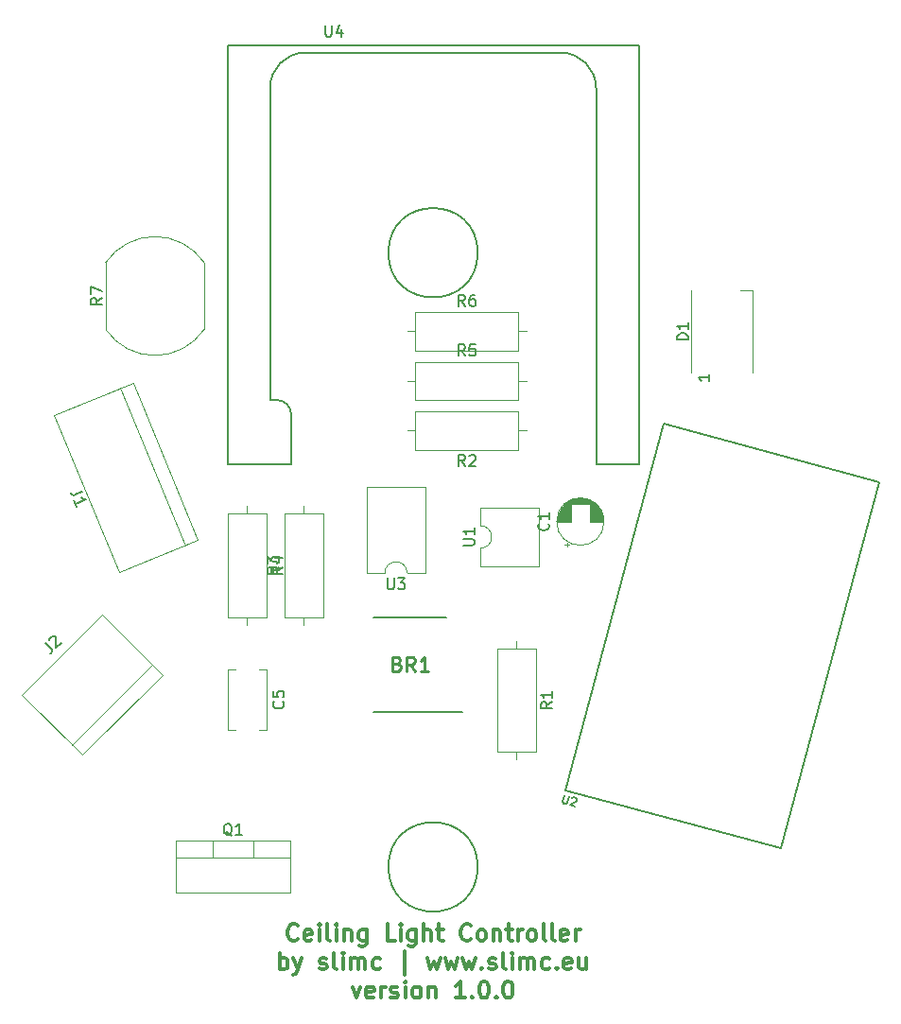
<source format=gbr>
G04 #@! TF.GenerationSoftware,KiCad,Pcbnew,5.0.0+dfsg1-2*
G04 #@! TF.CreationDate,2019-05-26T04:41:42+02:00*
G04 #@! TF.ProjectId,ceiling-light-controller,6365696C696E672D6C696768742D636F,rev?*
G04 #@! TF.SameCoordinates,Original*
G04 #@! TF.FileFunction,Legend,Top*
G04 #@! TF.FilePolarity,Positive*
%FSLAX46Y46*%
G04 Gerber Fmt 4.6, Leading zero omitted, Abs format (unit mm)*
G04 Created by KiCad (PCBNEW 5.0.0+dfsg1-2) date Sun May 26 04:41:42 2019*
%MOMM*%
%LPD*%
G01*
G04 APERTURE LIST*
%ADD10C,0.200000*%
%ADD11C,0.300000*%
%ADD12C,0.120000*%
%ADD13C,0.127000*%
%ADD14C,0.150000*%
%ADD15C,0.254000*%
G04 APERTURE END LIST*
D10*
X150825000Y-126065000D02*
G75*
G03X150825000Y-126065000I-4000000J0D01*
G01*
X150825000Y-71065000D02*
G75*
G03X150825000Y-71065000I-4000000J0D01*
G01*
D11*
X134717857Y-132550714D02*
X134646428Y-132622142D01*
X134432142Y-132693571D01*
X134289285Y-132693571D01*
X134075000Y-132622142D01*
X133932142Y-132479285D01*
X133860714Y-132336428D01*
X133789285Y-132050714D01*
X133789285Y-131836428D01*
X133860714Y-131550714D01*
X133932142Y-131407857D01*
X134075000Y-131265000D01*
X134289285Y-131193571D01*
X134432142Y-131193571D01*
X134646428Y-131265000D01*
X134717857Y-131336428D01*
X135932142Y-132622142D02*
X135789285Y-132693571D01*
X135503571Y-132693571D01*
X135360714Y-132622142D01*
X135289285Y-132479285D01*
X135289285Y-131907857D01*
X135360714Y-131765000D01*
X135503571Y-131693571D01*
X135789285Y-131693571D01*
X135932142Y-131765000D01*
X136003571Y-131907857D01*
X136003571Y-132050714D01*
X135289285Y-132193571D01*
X136646428Y-132693571D02*
X136646428Y-131693571D01*
X136646428Y-131193571D02*
X136575000Y-131265000D01*
X136646428Y-131336428D01*
X136717857Y-131265000D01*
X136646428Y-131193571D01*
X136646428Y-131336428D01*
X137575000Y-132693571D02*
X137432142Y-132622142D01*
X137360714Y-132479285D01*
X137360714Y-131193571D01*
X138146428Y-132693571D02*
X138146428Y-131693571D01*
X138146428Y-131193571D02*
X138075000Y-131265000D01*
X138146428Y-131336428D01*
X138217857Y-131265000D01*
X138146428Y-131193571D01*
X138146428Y-131336428D01*
X138860714Y-131693571D02*
X138860714Y-132693571D01*
X138860714Y-131836428D02*
X138932142Y-131765000D01*
X139075000Y-131693571D01*
X139289285Y-131693571D01*
X139432142Y-131765000D01*
X139503571Y-131907857D01*
X139503571Y-132693571D01*
X140860714Y-131693571D02*
X140860714Y-132907857D01*
X140789285Y-133050714D01*
X140717857Y-133122142D01*
X140575000Y-133193571D01*
X140360714Y-133193571D01*
X140217857Y-133122142D01*
X140860714Y-132622142D02*
X140717857Y-132693571D01*
X140432142Y-132693571D01*
X140289285Y-132622142D01*
X140217857Y-132550714D01*
X140146428Y-132407857D01*
X140146428Y-131979285D01*
X140217857Y-131836428D01*
X140289285Y-131765000D01*
X140432142Y-131693571D01*
X140717857Y-131693571D01*
X140860714Y-131765000D01*
X143432142Y-132693571D02*
X142717857Y-132693571D01*
X142717857Y-131193571D01*
X143932142Y-132693571D02*
X143932142Y-131693571D01*
X143932142Y-131193571D02*
X143860714Y-131265000D01*
X143932142Y-131336428D01*
X144003571Y-131265000D01*
X143932142Y-131193571D01*
X143932142Y-131336428D01*
X145289285Y-131693571D02*
X145289285Y-132907857D01*
X145217857Y-133050714D01*
X145146428Y-133122142D01*
X145003571Y-133193571D01*
X144789285Y-133193571D01*
X144646428Y-133122142D01*
X145289285Y-132622142D02*
X145146428Y-132693571D01*
X144860714Y-132693571D01*
X144717857Y-132622142D01*
X144646428Y-132550714D01*
X144575000Y-132407857D01*
X144575000Y-131979285D01*
X144646428Y-131836428D01*
X144717857Y-131765000D01*
X144860714Y-131693571D01*
X145146428Y-131693571D01*
X145289285Y-131765000D01*
X146003571Y-132693571D02*
X146003571Y-131193571D01*
X146646428Y-132693571D02*
X146646428Y-131907857D01*
X146575000Y-131765000D01*
X146432142Y-131693571D01*
X146217857Y-131693571D01*
X146075000Y-131765000D01*
X146003571Y-131836428D01*
X147146428Y-131693571D02*
X147717857Y-131693571D01*
X147360714Y-131193571D02*
X147360714Y-132479285D01*
X147432142Y-132622142D01*
X147575000Y-132693571D01*
X147717857Y-132693571D01*
X150217857Y-132550714D02*
X150146428Y-132622142D01*
X149932142Y-132693571D01*
X149789285Y-132693571D01*
X149575000Y-132622142D01*
X149432142Y-132479285D01*
X149360714Y-132336428D01*
X149289285Y-132050714D01*
X149289285Y-131836428D01*
X149360714Y-131550714D01*
X149432142Y-131407857D01*
X149575000Y-131265000D01*
X149789285Y-131193571D01*
X149932142Y-131193571D01*
X150146428Y-131265000D01*
X150217857Y-131336428D01*
X151075000Y-132693571D02*
X150932142Y-132622142D01*
X150860714Y-132550714D01*
X150789285Y-132407857D01*
X150789285Y-131979285D01*
X150860714Y-131836428D01*
X150932142Y-131765000D01*
X151075000Y-131693571D01*
X151289285Y-131693571D01*
X151432142Y-131765000D01*
X151503571Y-131836428D01*
X151575000Y-131979285D01*
X151575000Y-132407857D01*
X151503571Y-132550714D01*
X151432142Y-132622142D01*
X151289285Y-132693571D01*
X151075000Y-132693571D01*
X152217857Y-131693571D02*
X152217857Y-132693571D01*
X152217857Y-131836428D02*
X152289285Y-131765000D01*
X152432142Y-131693571D01*
X152646428Y-131693571D01*
X152789285Y-131765000D01*
X152860714Y-131907857D01*
X152860714Y-132693571D01*
X153360714Y-131693571D02*
X153932142Y-131693571D01*
X153575000Y-131193571D02*
X153575000Y-132479285D01*
X153646428Y-132622142D01*
X153789285Y-132693571D01*
X153932142Y-132693571D01*
X154432142Y-132693571D02*
X154432142Y-131693571D01*
X154432142Y-131979285D02*
X154503571Y-131836428D01*
X154575000Y-131765000D01*
X154717857Y-131693571D01*
X154860714Y-131693571D01*
X155575000Y-132693571D02*
X155432142Y-132622142D01*
X155360714Y-132550714D01*
X155289285Y-132407857D01*
X155289285Y-131979285D01*
X155360714Y-131836428D01*
X155432142Y-131765000D01*
X155575000Y-131693571D01*
X155789285Y-131693571D01*
X155932142Y-131765000D01*
X156003571Y-131836428D01*
X156075000Y-131979285D01*
X156075000Y-132407857D01*
X156003571Y-132550714D01*
X155932142Y-132622142D01*
X155789285Y-132693571D01*
X155575000Y-132693571D01*
X156932142Y-132693571D02*
X156789285Y-132622142D01*
X156717857Y-132479285D01*
X156717857Y-131193571D01*
X157717857Y-132693571D02*
X157575000Y-132622142D01*
X157503571Y-132479285D01*
X157503571Y-131193571D01*
X158860714Y-132622142D02*
X158717857Y-132693571D01*
X158432142Y-132693571D01*
X158289285Y-132622142D01*
X158217857Y-132479285D01*
X158217857Y-131907857D01*
X158289285Y-131765000D01*
X158432142Y-131693571D01*
X158717857Y-131693571D01*
X158860714Y-131765000D01*
X158932142Y-131907857D01*
X158932142Y-132050714D01*
X158217857Y-132193571D01*
X159575000Y-132693571D02*
X159575000Y-131693571D01*
X159575000Y-131979285D02*
X159646428Y-131836428D01*
X159717857Y-131765000D01*
X159860714Y-131693571D01*
X160003571Y-131693571D01*
X133110714Y-135243571D02*
X133110714Y-133743571D01*
X133110714Y-134315000D02*
X133253571Y-134243571D01*
X133539285Y-134243571D01*
X133682142Y-134315000D01*
X133753571Y-134386428D01*
X133825000Y-134529285D01*
X133825000Y-134957857D01*
X133753571Y-135100714D01*
X133682142Y-135172142D01*
X133539285Y-135243571D01*
X133253571Y-135243571D01*
X133110714Y-135172142D01*
X134325000Y-134243571D02*
X134682142Y-135243571D01*
X135039285Y-134243571D02*
X134682142Y-135243571D01*
X134539285Y-135600714D01*
X134467857Y-135672142D01*
X134325000Y-135743571D01*
X136682142Y-135172142D02*
X136825000Y-135243571D01*
X137110714Y-135243571D01*
X137253571Y-135172142D01*
X137325000Y-135029285D01*
X137325000Y-134957857D01*
X137253571Y-134815000D01*
X137110714Y-134743571D01*
X136896428Y-134743571D01*
X136753571Y-134672142D01*
X136682142Y-134529285D01*
X136682142Y-134457857D01*
X136753571Y-134315000D01*
X136896428Y-134243571D01*
X137110714Y-134243571D01*
X137253571Y-134315000D01*
X138182142Y-135243571D02*
X138039285Y-135172142D01*
X137967857Y-135029285D01*
X137967857Y-133743571D01*
X138753571Y-135243571D02*
X138753571Y-134243571D01*
X138753571Y-133743571D02*
X138682142Y-133815000D01*
X138753571Y-133886428D01*
X138825000Y-133815000D01*
X138753571Y-133743571D01*
X138753571Y-133886428D01*
X139467857Y-135243571D02*
X139467857Y-134243571D01*
X139467857Y-134386428D02*
X139539285Y-134315000D01*
X139682142Y-134243571D01*
X139896428Y-134243571D01*
X140039285Y-134315000D01*
X140110714Y-134457857D01*
X140110714Y-135243571D01*
X140110714Y-134457857D02*
X140182142Y-134315000D01*
X140325000Y-134243571D01*
X140539285Y-134243571D01*
X140682142Y-134315000D01*
X140753571Y-134457857D01*
X140753571Y-135243571D01*
X142110714Y-135172142D02*
X141967857Y-135243571D01*
X141682142Y-135243571D01*
X141539285Y-135172142D01*
X141467857Y-135100714D01*
X141396428Y-134957857D01*
X141396428Y-134529285D01*
X141467857Y-134386428D01*
X141539285Y-134315000D01*
X141682142Y-134243571D01*
X141967857Y-134243571D01*
X142110714Y-134315000D01*
X144253571Y-135743571D02*
X144253571Y-133600714D01*
X146325000Y-134243571D02*
X146610714Y-135243571D01*
X146896428Y-134529285D01*
X147182142Y-135243571D01*
X147467857Y-134243571D01*
X147896428Y-134243571D02*
X148182142Y-135243571D01*
X148467857Y-134529285D01*
X148753571Y-135243571D01*
X149039285Y-134243571D01*
X149467857Y-134243571D02*
X149753571Y-135243571D01*
X150039285Y-134529285D01*
X150325000Y-135243571D01*
X150610714Y-134243571D01*
X151182142Y-135100714D02*
X151253571Y-135172142D01*
X151182142Y-135243571D01*
X151110714Y-135172142D01*
X151182142Y-135100714D01*
X151182142Y-135243571D01*
X151825000Y-135172142D02*
X151967857Y-135243571D01*
X152253571Y-135243571D01*
X152396428Y-135172142D01*
X152467857Y-135029285D01*
X152467857Y-134957857D01*
X152396428Y-134815000D01*
X152253571Y-134743571D01*
X152039285Y-134743571D01*
X151896428Y-134672142D01*
X151825000Y-134529285D01*
X151825000Y-134457857D01*
X151896428Y-134315000D01*
X152039285Y-134243571D01*
X152253571Y-134243571D01*
X152396428Y-134315000D01*
X153325000Y-135243571D02*
X153182142Y-135172142D01*
X153110714Y-135029285D01*
X153110714Y-133743571D01*
X153896428Y-135243571D02*
X153896428Y-134243571D01*
X153896428Y-133743571D02*
X153825000Y-133815000D01*
X153896428Y-133886428D01*
X153967857Y-133815000D01*
X153896428Y-133743571D01*
X153896428Y-133886428D01*
X154610714Y-135243571D02*
X154610714Y-134243571D01*
X154610714Y-134386428D02*
X154682142Y-134315000D01*
X154825000Y-134243571D01*
X155039285Y-134243571D01*
X155182142Y-134315000D01*
X155253571Y-134457857D01*
X155253571Y-135243571D01*
X155253571Y-134457857D02*
X155325000Y-134315000D01*
X155467857Y-134243571D01*
X155682142Y-134243571D01*
X155825000Y-134315000D01*
X155896428Y-134457857D01*
X155896428Y-135243571D01*
X157253571Y-135172142D02*
X157110714Y-135243571D01*
X156825000Y-135243571D01*
X156682142Y-135172142D01*
X156610714Y-135100714D01*
X156539285Y-134957857D01*
X156539285Y-134529285D01*
X156610714Y-134386428D01*
X156682142Y-134315000D01*
X156825000Y-134243571D01*
X157110714Y-134243571D01*
X157253571Y-134315000D01*
X157896428Y-135100714D02*
X157967857Y-135172142D01*
X157896428Y-135243571D01*
X157825000Y-135172142D01*
X157896428Y-135100714D01*
X157896428Y-135243571D01*
X159182142Y-135172142D02*
X159039285Y-135243571D01*
X158753571Y-135243571D01*
X158610714Y-135172142D01*
X158539285Y-135029285D01*
X158539285Y-134457857D01*
X158610714Y-134315000D01*
X158753571Y-134243571D01*
X159039285Y-134243571D01*
X159182142Y-134315000D01*
X159253571Y-134457857D01*
X159253571Y-134600714D01*
X158539285Y-134743571D01*
X160539285Y-134243571D02*
X160539285Y-135243571D01*
X159896428Y-134243571D02*
X159896428Y-135029285D01*
X159967857Y-135172142D01*
X160110714Y-135243571D01*
X160325000Y-135243571D01*
X160467857Y-135172142D01*
X160539285Y-135100714D01*
X139610714Y-136793571D02*
X139967857Y-137793571D01*
X140325000Y-136793571D01*
X141467857Y-137722142D02*
X141325000Y-137793571D01*
X141039285Y-137793571D01*
X140896428Y-137722142D01*
X140825000Y-137579285D01*
X140825000Y-137007857D01*
X140896428Y-136865000D01*
X141039285Y-136793571D01*
X141325000Y-136793571D01*
X141467857Y-136865000D01*
X141539285Y-137007857D01*
X141539285Y-137150714D01*
X140825000Y-137293571D01*
X142182142Y-137793571D02*
X142182142Y-136793571D01*
X142182142Y-137079285D02*
X142253571Y-136936428D01*
X142325000Y-136865000D01*
X142467857Y-136793571D01*
X142610714Y-136793571D01*
X143039285Y-137722142D02*
X143182142Y-137793571D01*
X143467857Y-137793571D01*
X143610714Y-137722142D01*
X143682142Y-137579285D01*
X143682142Y-137507857D01*
X143610714Y-137365000D01*
X143467857Y-137293571D01*
X143253571Y-137293571D01*
X143110714Y-137222142D01*
X143039285Y-137079285D01*
X143039285Y-137007857D01*
X143110714Y-136865000D01*
X143253571Y-136793571D01*
X143467857Y-136793571D01*
X143610714Y-136865000D01*
X144325000Y-137793571D02*
X144325000Y-136793571D01*
X144325000Y-136293571D02*
X144253571Y-136365000D01*
X144325000Y-136436428D01*
X144396428Y-136365000D01*
X144325000Y-136293571D01*
X144325000Y-136436428D01*
X145253571Y-137793571D02*
X145110714Y-137722142D01*
X145039285Y-137650714D01*
X144967857Y-137507857D01*
X144967857Y-137079285D01*
X145039285Y-136936428D01*
X145110714Y-136865000D01*
X145253571Y-136793571D01*
X145467857Y-136793571D01*
X145610714Y-136865000D01*
X145682142Y-136936428D01*
X145753571Y-137079285D01*
X145753571Y-137507857D01*
X145682142Y-137650714D01*
X145610714Y-137722142D01*
X145467857Y-137793571D01*
X145253571Y-137793571D01*
X146396428Y-136793571D02*
X146396428Y-137793571D01*
X146396428Y-136936428D02*
X146467857Y-136865000D01*
X146610714Y-136793571D01*
X146825000Y-136793571D01*
X146967857Y-136865000D01*
X147039285Y-137007857D01*
X147039285Y-137793571D01*
X149682142Y-137793571D02*
X148825000Y-137793571D01*
X149253571Y-137793571D02*
X149253571Y-136293571D01*
X149110714Y-136507857D01*
X148967857Y-136650714D01*
X148825000Y-136722142D01*
X150325000Y-137650714D02*
X150396428Y-137722142D01*
X150325000Y-137793571D01*
X150253571Y-137722142D01*
X150325000Y-137650714D01*
X150325000Y-137793571D01*
X151325000Y-136293571D02*
X151467857Y-136293571D01*
X151610714Y-136365000D01*
X151682142Y-136436428D01*
X151753571Y-136579285D01*
X151825000Y-136865000D01*
X151825000Y-137222142D01*
X151753571Y-137507857D01*
X151682142Y-137650714D01*
X151610714Y-137722142D01*
X151467857Y-137793571D01*
X151325000Y-137793571D01*
X151182142Y-137722142D01*
X151110714Y-137650714D01*
X151039285Y-137507857D01*
X150967857Y-137222142D01*
X150967857Y-136865000D01*
X151039285Y-136579285D01*
X151110714Y-136436428D01*
X151182142Y-136365000D01*
X151325000Y-136293571D01*
X152467857Y-137650714D02*
X152539285Y-137722142D01*
X152467857Y-137793571D01*
X152396428Y-137722142D01*
X152467857Y-137650714D01*
X152467857Y-137793571D01*
X153467857Y-136293571D02*
X153610714Y-136293571D01*
X153753571Y-136365000D01*
X153825000Y-136436428D01*
X153896428Y-136579285D01*
X153967857Y-136865000D01*
X153967857Y-137222142D01*
X153896428Y-137507857D01*
X153825000Y-137650714D01*
X153753571Y-137722142D01*
X153610714Y-137793571D01*
X153467857Y-137793571D01*
X153325000Y-137722142D01*
X153253571Y-137650714D01*
X153182142Y-137507857D01*
X153110714Y-137222142D01*
X153110714Y-136865000D01*
X153182142Y-136579285D01*
X153253571Y-136436428D01*
X153325000Y-136365000D01*
X153467857Y-136293571D01*
D12*
G04 #@! TO.C,U3*
X140860000Y-99755000D02*
X142510000Y-99755000D01*
X140860000Y-92015000D02*
X140860000Y-99755000D01*
X146160000Y-92015000D02*
X140860000Y-92015000D01*
X146160000Y-99755000D02*
X146160000Y-92015000D01*
X144510000Y-99755000D02*
X146160000Y-99755000D01*
X142510000Y-99755000D02*
G75*
G02X144510000Y-99755000I1000000J0D01*
G01*
D10*
G04 #@! TO.C,BR1*
X149485000Y-112205000D02*
X141530000Y-112205000D01*
X148030000Y-103695000D02*
X141530000Y-103695000D01*
D12*
G04 #@! TO.C,D1*
X169970000Y-81755000D02*
X169970000Y-74455000D01*
X175470000Y-81755000D02*
X175470000Y-74455000D01*
X175470000Y-74455000D02*
X174320000Y-74455000D01*
G04 #@! TO.C,R7*
X126320000Y-77940000D02*
X126320000Y-71940000D01*
X117520000Y-77940000D02*
X117520000Y-71940000D01*
X117542440Y-77972650D02*
G75*
G03X126320000Y-77940000I4377560J3032650D01*
G01*
X126297560Y-71907350D02*
G75*
G03X117520000Y-71940000I-4377560J-3032650D01*
G01*
G04 #@! TO.C,R6*
X145240000Y-76385000D02*
X145240000Y-79825000D01*
X145240000Y-79825000D02*
X154480000Y-79825000D01*
X154480000Y-79825000D02*
X154480000Y-76385000D01*
X154480000Y-76385000D02*
X145240000Y-76385000D01*
X144550000Y-78105000D02*
X145240000Y-78105000D01*
X155170000Y-78105000D02*
X154480000Y-78105000D01*
G04 #@! TO.C,Q1*
X123785000Y-123730000D02*
X134025000Y-123730000D01*
X123785000Y-128371000D02*
X134025000Y-128371000D01*
X123785000Y-123730000D02*
X123785000Y-128371000D01*
X134025000Y-123730000D02*
X134025000Y-128371000D01*
X123785000Y-125240000D02*
X134025000Y-125240000D01*
X127055000Y-123730000D02*
X127055000Y-125240000D01*
X130756000Y-123730000D02*
X130756000Y-125240000D01*
G04 #@! TO.C,C1*
X162140000Y-95135000D02*
G75*
G03X162140000Y-95135000I-2120000J0D01*
G01*
X160860000Y-95135000D02*
X162100000Y-95135000D01*
X157940000Y-95135000D02*
X159180000Y-95135000D01*
X160860000Y-95095000D02*
X162100000Y-95095000D01*
X157940000Y-95095000D02*
X159180000Y-95095000D01*
X160860000Y-95055000D02*
X162099000Y-95055000D01*
X157941000Y-95055000D02*
X159180000Y-95055000D01*
X157943000Y-95015000D02*
X159180000Y-95015000D01*
X160860000Y-95015000D02*
X162097000Y-95015000D01*
X157946000Y-94975000D02*
X159180000Y-94975000D01*
X160860000Y-94975000D02*
X162094000Y-94975000D01*
X157949000Y-94935000D02*
X159180000Y-94935000D01*
X160860000Y-94935000D02*
X162091000Y-94935000D01*
X157953000Y-94895000D02*
X159180000Y-94895000D01*
X160860000Y-94895000D02*
X162087000Y-94895000D01*
X157958000Y-94855000D02*
X159180000Y-94855000D01*
X160860000Y-94855000D02*
X162082000Y-94855000D01*
X157964000Y-94815000D02*
X159180000Y-94815000D01*
X160860000Y-94815000D02*
X162076000Y-94815000D01*
X157970000Y-94775000D02*
X159180000Y-94775000D01*
X160860000Y-94775000D02*
X162070000Y-94775000D01*
X157978000Y-94735000D02*
X159180000Y-94735000D01*
X160860000Y-94735000D02*
X162062000Y-94735000D01*
X157986000Y-94695000D02*
X159180000Y-94695000D01*
X160860000Y-94695000D02*
X162054000Y-94695000D01*
X157995000Y-94655000D02*
X159180000Y-94655000D01*
X160860000Y-94655000D02*
X162045000Y-94655000D01*
X158004000Y-94615000D02*
X159180000Y-94615000D01*
X160860000Y-94615000D02*
X162036000Y-94615000D01*
X158015000Y-94575000D02*
X159180000Y-94575000D01*
X160860000Y-94575000D02*
X162025000Y-94575000D01*
X158026000Y-94535000D02*
X159180000Y-94535000D01*
X160860000Y-94535000D02*
X162014000Y-94535000D01*
X158038000Y-94495000D02*
X159180000Y-94495000D01*
X160860000Y-94495000D02*
X162002000Y-94495000D01*
X158052000Y-94455000D02*
X159180000Y-94455000D01*
X160860000Y-94455000D02*
X161988000Y-94455000D01*
X158066000Y-94414000D02*
X159180000Y-94414000D01*
X160860000Y-94414000D02*
X161974000Y-94414000D01*
X158080000Y-94374000D02*
X159180000Y-94374000D01*
X160860000Y-94374000D02*
X161960000Y-94374000D01*
X158096000Y-94334000D02*
X159180000Y-94334000D01*
X160860000Y-94334000D02*
X161944000Y-94334000D01*
X158113000Y-94294000D02*
X159180000Y-94294000D01*
X160860000Y-94294000D02*
X161927000Y-94294000D01*
X158131000Y-94254000D02*
X159180000Y-94254000D01*
X160860000Y-94254000D02*
X161909000Y-94254000D01*
X158150000Y-94214000D02*
X159180000Y-94214000D01*
X160860000Y-94214000D02*
X161890000Y-94214000D01*
X158169000Y-94174000D02*
X159180000Y-94174000D01*
X160860000Y-94174000D02*
X161871000Y-94174000D01*
X158190000Y-94134000D02*
X159180000Y-94134000D01*
X160860000Y-94134000D02*
X161850000Y-94134000D01*
X158212000Y-94094000D02*
X159180000Y-94094000D01*
X160860000Y-94094000D02*
X161828000Y-94094000D01*
X158235000Y-94054000D02*
X159180000Y-94054000D01*
X160860000Y-94054000D02*
X161805000Y-94054000D01*
X158260000Y-94014000D02*
X159180000Y-94014000D01*
X160860000Y-94014000D02*
X161780000Y-94014000D01*
X158285000Y-93974000D02*
X159180000Y-93974000D01*
X160860000Y-93974000D02*
X161755000Y-93974000D01*
X158312000Y-93934000D02*
X159180000Y-93934000D01*
X160860000Y-93934000D02*
X161728000Y-93934000D01*
X158340000Y-93894000D02*
X159180000Y-93894000D01*
X160860000Y-93894000D02*
X161700000Y-93894000D01*
X158370000Y-93854000D02*
X159180000Y-93854000D01*
X160860000Y-93854000D02*
X161670000Y-93854000D01*
X158401000Y-93814000D02*
X159180000Y-93814000D01*
X160860000Y-93814000D02*
X161639000Y-93814000D01*
X158433000Y-93774000D02*
X159180000Y-93774000D01*
X160860000Y-93774000D02*
X161607000Y-93774000D01*
X158468000Y-93734000D02*
X159180000Y-93734000D01*
X160860000Y-93734000D02*
X161572000Y-93734000D01*
X158504000Y-93694000D02*
X159180000Y-93694000D01*
X160860000Y-93694000D02*
X161536000Y-93694000D01*
X158542000Y-93654000D02*
X159180000Y-93654000D01*
X160860000Y-93654000D02*
X161498000Y-93654000D01*
X158582000Y-93614000D02*
X159180000Y-93614000D01*
X160860000Y-93614000D02*
X161458000Y-93614000D01*
X158624000Y-93574000D02*
X159180000Y-93574000D01*
X160860000Y-93574000D02*
X161416000Y-93574000D01*
X158669000Y-93534000D02*
X161371000Y-93534000D01*
X158716000Y-93494000D02*
X161324000Y-93494000D01*
X158766000Y-93454000D02*
X161274000Y-93454000D01*
X158820000Y-93414000D02*
X161220000Y-93414000D01*
X158878000Y-93374000D02*
X161162000Y-93374000D01*
X158940000Y-93334000D02*
X161100000Y-93334000D01*
X159007000Y-93294000D02*
X161033000Y-93294000D01*
X159080000Y-93254000D02*
X160960000Y-93254000D01*
X159161000Y-93214000D02*
X160879000Y-93214000D01*
X159252000Y-93174000D02*
X160788000Y-93174000D01*
X159356000Y-93134000D02*
X160684000Y-93134000D01*
X159483000Y-93094000D02*
X160557000Y-93094000D01*
X159650000Y-93054000D02*
X160390000Y-93054000D01*
X158825000Y-97404801D02*
X158825000Y-97004801D01*
X158625000Y-97204801D02*
X159025000Y-97204801D01*
G04 #@! TO.C,C5*
X131896000Y-108415000D02*
X131896000Y-113755000D01*
X128454000Y-108415000D02*
X128454000Y-113755000D01*
X131896000Y-108415000D02*
X131230000Y-108415000D01*
X129120000Y-108415000D02*
X128454000Y-108415000D01*
X131896000Y-113755000D02*
X131230000Y-113755000D01*
X129120000Y-113755000D02*
X128454000Y-113755000D01*
G04 #@! TO.C,R1*
X156025000Y-106505000D02*
X152585000Y-106505000D01*
X152585000Y-106505000D02*
X152585000Y-115745000D01*
X152585000Y-115745000D02*
X156025000Y-115745000D01*
X156025000Y-115745000D02*
X156025000Y-106505000D01*
X154305000Y-105815000D02*
X154305000Y-106505000D01*
X154305000Y-116435000D02*
X154305000Y-115745000D01*
G04 #@! TO.C,R5*
X145240000Y-80830000D02*
X145240000Y-84270000D01*
X145240000Y-84270000D02*
X154480000Y-84270000D01*
X154480000Y-84270000D02*
X154480000Y-80830000D01*
X154480000Y-80830000D02*
X145240000Y-80830000D01*
X144550000Y-82550000D02*
X145240000Y-82550000D01*
X155170000Y-82550000D02*
X154480000Y-82550000D01*
G04 #@! TO.C,R4*
X130175000Y-104370000D02*
X130175000Y-103680000D01*
X130175000Y-93750000D02*
X130175000Y-94440000D01*
X131895000Y-103680000D02*
X131895000Y-94440000D01*
X128455000Y-103680000D02*
X131895000Y-103680000D01*
X128455000Y-94440000D02*
X128455000Y-103680000D01*
X131895000Y-94440000D02*
X128455000Y-94440000D01*
G04 #@! TO.C,R3*
X133535000Y-103680000D02*
X136975000Y-103680000D01*
X136975000Y-103680000D02*
X136975000Y-94440000D01*
X136975000Y-94440000D02*
X133535000Y-94440000D01*
X133535000Y-94440000D02*
X133535000Y-103680000D01*
X135255000Y-104370000D02*
X135255000Y-103680000D01*
X135255000Y-93750000D02*
X135255000Y-94440000D01*
G04 #@! TO.C,R2*
X144550000Y-86995000D02*
X145240000Y-86995000D01*
X155170000Y-86995000D02*
X154480000Y-86995000D01*
X145240000Y-88715000D02*
X154480000Y-88715000D01*
X145240000Y-85275000D02*
X145240000Y-88715000D01*
X154480000Y-85275000D02*
X145240000Y-85275000D01*
X154480000Y-88715000D02*
X154480000Y-85275000D01*
G04 #@! TO.C,J2*
X121702103Y-107950000D02*
X114517898Y-115134204D01*
X122600129Y-108848025D02*
X117211975Y-103459871D01*
X117211975Y-103459871D02*
X110027770Y-110644076D01*
X110027770Y-110644076D02*
X115415924Y-116032230D01*
X115415924Y-116032230D02*
X122600129Y-108848025D01*
G04 #@! TO.C,J1*
X125776997Y-96773630D02*
X118737035Y-99689678D01*
X119944901Y-82693706D02*
X112904939Y-85609754D01*
X124603670Y-97259638D02*
X118771574Y-83179714D01*
X118737035Y-99689678D02*
X112904939Y-85609754D01*
X125776997Y-96773630D02*
X119944901Y-82693706D01*
G04 #@! TO.C,U1*
X151070000Y-93870000D02*
X151070000Y-95520000D01*
X156270000Y-93870000D02*
X151070000Y-93870000D01*
X156270000Y-99170000D02*
X156270000Y-93870000D01*
X151070000Y-99170000D02*
X156270000Y-99170000D01*
X151070000Y-97520000D02*
X151070000Y-99170000D01*
X151070000Y-95520000D02*
G75*
G02X151070000Y-97520000I0J-1000000D01*
G01*
D13*
G04 #@! TO.C,U2*
X186779182Y-91577451D02*
X167460666Y-86401071D01*
X158660818Y-119242549D02*
X177979334Y-124418929D01*
X177979334Y-124418929D02*
X186779182Y-91577451D01*
X167460666Y-86401071D02*
X158660818Y-119242549D01*
D14*
G04 #@! TO.C,U4*
X132220000Y-82995000D02*
X132220000Y-56325000D01*
X135395000Y-53150000D02*
X158255000Y-53150000D01*
X161430000Y-56325000D02*
X161430000Y-89980000D01*
X161430000Y-89980000D02*
X165240000Y-89980000D01*
X165240000Y-89980000D02*
X165240000Y-52515000D01*
X165240000Y-52515000D02*
X128410000Y-52515000D01*
X128410000Y-52515000D02*
X128410000Y-82995000D01*
X128410000Y-82995000D02*
X128410000Y-89980000D01*
X128410000Y-89980000D02*
X134125000Y-89980000D01*
X134125000Y-89980000D02*
X134125000Y-85535000D01*
X132855000Y-84265000D02*
X132220000Y-84265000D01*
X132220000Y-84265000D02*
X132220000Y-82995000D01*
X132220000Y-82995000D02*
X132220000Y-82995000D01*
X161430000Y-56325000D02*
G75*
G03X158255000Y-53150000I-3175000J0D01*
G01*
X135395000Y-53150000D02*
G75*
G03X132220000Y-56325000I0J-3175000D01*
G01*
X134125000Y-85535000D02*
G75*
G03X132855000Y-84265000I-1270000J0D01*
G01*
G04 #@! TO.C,U3*
X142748095Y-100207380D02*
X142748095Y-101016904D01*
X142795714Y-101112142D01*
X142843333Y-101159761D01*
X142938571Y-101207380D01*
X143129047Y-101207380D01*
X143224285Y-101159761D01*
X143271904Y-101112142D01*
X143319523Y-101016904D01*
X143319523Y-100207380D01*
X143700476Y-100207380D02*
X144319523Y-100207380D01*
X143986190Y-100588333D01*
X144129047Y-100588333D01*
X144224285Y-100635952D01*
X144271904Y-100683571D01*
X144319523Y-100778809D01*
X144319523Y-101016904D01*
X144271904Y-101112142D01*
X144224285Y-101159761D01*
X144129047Y-101207380D01*
X143843333Y-101207380D01*
X143748095Y-101159761D01*
X143700476Y-101112142D01*
G04 #@! TO.C,BR1*
D15*
X143630952Y-107859285D02*
X143812380Y-107919761D01*
X143872857Y-107980238D01*
X143933333Y-108101190D01*
X143933333Y-108282619D01*
X143872857Y-108403571D01*
X143812380Y-108464047D01*
X143691428Y-108524523D01*
X143207619Y-108524523D01*
X143207619Y-107254523D01*
X143630952Y-107254523D01*
X143751904Y-107315000D01*
X143812380Y-107375476D01*
X143872857Y-107496428D01*
X143872857Y-107617380D01*
X143812380Y-107738333D01*
X143751904Y-107798809D01*
X143630952Y-107859285D01*
X143207619Y-107859285D01*
X145203333Y-108524523D02*
X144780000Y-107919761D01*
X144477619Y-108524523D02*
X144477619Y-107254523D01*
X144961428Y-107254523D01*
X145082380Y-107315000D01*
X145142857Y-107375476D01*
X145203333Y-107496428D01*
X145203333Y-107677857D01*
X145142857Y-107798809D01*
X145082380Y-107859285D01*
X144961428Y-107919761D01*
X144477619Y-107919761D01*
X146412857Y-108524523D02*
X145687142Y-108524523D01*
X146050000Y-108524523D02*
X146050000Y-107254523D01*
X145929047Y-107435952D01*
X145808095Y-107556904D01*
X145687142Y-107617380D01*
G04 #@! TO.C,D1*
D14*
X169672380Y-78843095D02*
X168672380Y-78843095D01*
X168672380Y-78605000D01*
X168720000Y-78462142D01*
X168815238Y-78366904D01*
X168910476Y-78319285D01*
X169100952Y-78271666D01*
X169243809Y-78271666D01*
X169434285Y-78319285D01*
X169529523Y-78366904D01*
X169624761Y-78462142D01*
X169672380Y-78605000D01*
X169672380Y-78843095D01*
X169672380Y-77319285D02*
X169672380Y-77890714D01*
X169672380Y-77605000D02*
X168672380Y-77605000D01*
X168815238Y-77700238D01*
X168910476Y-77795476D01*
X168958095Y-77890714D01*
X171572380Y-81969285D02*
X171572380Y-82540714D01*
X171572380Y-82255000D02*
X170572380Y-82255000D01*
X170715238Y-82350238D01*
X170810476Y-82445476D01*
X170858095Y-82540714D01*
G04 #@! TO.C,R7*
X117172380Y-75106666D02*
X116696190Y-75440000D01*
X117172380Y-75678095D02*
X116172380Y-75678095D01*
X116172380Y-75297142D01*
X116220000Y-75201904D01*
X116267619Y-75154285D01*
X116362857Y-75106666D01*
X116505714Y-75106666D01*
X116600952Y-75154285D01*
X116648571Y-75201904D01*
X116696190Y-75297142D01*
X116696190Y-75678095D01*
X116172380Y-74773333D02*
X116172380Y-74106666D01*
X117172380Y-74535238D01*
G04 #@! TO.C,R6*
X149693333Y-75837380D02*
X149360000Y-75361190D01*
X149121904Y-75837380D02*
X149121904Y-74837380D01*
X149502857Y-74837380D01*
X149598095Y-74885000D01*
X149645714Y-74932619D01*
X149693333Y-75027857D01*
X149693333Y-75170714D01*
X149645714Y-75265952D01*
X149598095Y-75313571D01*
X149502857Y-75361190D01*
X149121904Y-75361190D01*
X150550476Y-74837380D02*
X150360000Y-74837380D01*
X150264761Y-74885000D01*
X150217142Y-74932619D01*
X150121904Y-75075476D01*
X150074285Y-75265952D01*
X150074285Y-75646904D01*
X150121904Y-75742142D01*
X150169523Y-75789761D01*
X150264761Y-75837380D01*
X150455238Y-75837380D01*
X150550476Y-75789761D01*
X150598095Y-75742142D01*
X150645714Y-75646904D01*
X150645714Y-75408809D01*
X150598095Y-75313571D01*
X150550476Y-75265952D01*
X150455238Y-75218333D01*
X150264761Y-75218333D01*
X150169523Y-75265952D01*
X150121904Y-75313571D01*
X150074285Y-75408809D01*
G04 #@! TO.C,Q1*
X128809761Y-123277619D02*
X128714523Y-123230000D01*
X128619285Y-123134761D01*
X128476428Y-122991904D01*
X128381190Y-122944285D01*
X128285952Y-122944285D01*
X128333571Y-123182380D02*
X128238333Y-123134761D01*
X128143095Y-123039523D01*
X128095476Y-122849047D01*
X128095476Y-122515714D01*
X128143095Y-122325238D01*
X128238333Y-122230000D01*
X128333571Y-122182380D01*
X128524047Y-122182380D01*
X128619285Y-122230000D01*
X128714523Y-122325238D01*
X128762142Y-122515714D01*
X128762142Y-122849047D01*
X128714523Y-123039523D01*
X128619285Y-123134761D01*
X128524047Y-123182380D01*
X128333571Y-123182380D01*
X129714523Y-123182380D02*
X129143095Y-123182380D01*
X129428809Y-123182380D02*
X129428809Y-122182380D01*
X129333571Y-122325238D01*
X129238333Y-122420476D01*
X129143095Y-122468095D01*
G04 #@! TO.C,C1*
X157127142Y-95301666D02*
X157174761Y-95349285D01*
X157222380Y-95492142D01*
X157222380Y-95587380D01*
X157174761Y-95730238D01*
X157079523Y-95825476D01*
X156984285Y-95873095D01*
X156793809Y-95920714D01*
X156650952Y-95920714D01*
X156460476Y-95873095D01*
X156365238Y-95825476D01*
X156270000Y-95730238D01*
X156222380Y-95587380D01*
X156222380Y-95492142D01*
X156270000Y-95349285D01*
X156317619Y-95301666D01*
X157222380Y-94349285D02*
X157222380Y-94920714D01*
X157222380Y-94635000D02*
X156222380Y-94635000D01*
X156365238Y-94730238D01*
X156460476Y-94825476D01*
X156508095Y-94920714D01*
G04 #@! TO.C,C5*
X133382142Y-111251666D02*
X133429761Y-111299285D01*
X133477380Y-111442142D01*
X133477380Y-111537380D01*
X133429761Y-111680238D01*
X133334523Y-111775476D01*
X133239285Y-111823095D01*
X133048809Y-111870714D01*
X132905952Y-111870714D01*
X132715476Y-111823095D01*
X132620238Y-111775476D01*
X132525000Y-111680238D01*
X132477380Y-111537380D01*
X132477380Y-111442142D01*
X132525000Y-111299285D01*
X132572619Y-111251666D01*
X132477380Y-110346904D02*
X132477380Y-110823095D01*
X132953571Y-110870714D01*
X132905952Y-110823095D01*
X132858333Y-110727857D01*
X132858333Y-110489761D01*
X132905952Y-110394523D01*
X132953571Y-110346904D01*
X133048809Y-110299285D01*
X133286904Y-110299285D01*
X133382142Y-110346904D01*
X133429761Y-110394523D01*
X133477380Y-110489761D01*
X133477380Y-110727857D01*
X133429761Y-110823095D01*
X133382142Y-110870714D01*
G04 #@! TO.C,R1*
X157477380Y-111291666D02*
X157001190Y-111625000D01*
X157477380Y-111863095D02*
X156477380Y-111863095D01*
X156477380Y-111482142D01*
X156525000Y-111386904D01*
X156572619Y-111339285D01*
X156667857Y-111291666D01*
X156810714Y-111291666D01*
X156905952Y-111339285D01*
X156953571Y-111386904D01*
X157001190Y-111482142D01*
X157001190Y-111863095D01*
X157477380Y-110339285D02*
X157477380Y-110910714D01*
X157477380Y-110625000D02*
X156477380Y-110625000D01*
X156620238Y-110720238D01*
X156715476Y-110815476D01*
X156763095Y-110910714D01*
G04 #@! TO.C,R5*
X149693333Y-80282380D02*
X149360000Y-79806190D01*
X149121904Y-80282380D02*
X149121904Y-79282380D01*
X149502857Y-79282380D01*
X149598095Y-79330000D01*
X149645714Y-79377619D01*
X149693333Y-79472857D01*
X149693333Y-79615714D01*
X149645714Y-79710952D01*
X149598095Y-79758571D01*
X149502857Y-79806190D01*
X149121904Y-79806190D01*
X150598095Y-79282380D02*
X150121904Y-79282380D01*
X150074285Y-79758571D01*
X150121904Y-79710952D01*
X150217142Y-79663333D01*
X150455238Y-79663333D01*
X150550476Y-79710952D01*
X150598095Y-79758571D01*
X150645714Y-79853809D01*
X150645714Y-80091904D01*
X150598095Y-80187142D01*
X150550476Y-80234761D01*
X150455238Y-80282380D01*
X150217142Y-80282380D01*
X150121904Y-80234761D01*
X150074285Y-80187142D01*
G04 #@! TO.C,R4*
X133347380Y-99226666D02*
X132871190Y-99560000D01*
X133347380Y-99798095D02*
X132347380Y-99798095D01*
X132347380Y-99417142D01*
X132395000Y-99321904D01*
X132442619Y-99274285D01*
X132537857Y-99226666D01*
X132680714Y-99226666D01*
X132775952Y-99274285D01*
X132823571Y-99321904D01*
X132871190Y-99417142D01*
X132871190Y-99798095D01*
X132680714Y-98369523D02*
X133347380Y-98369523D01*
X132299761Y-98607619D02*
X133014047Y-98845714D01*
X133014047Y-98226666D01*
G04 #@! TO.C,R3*
X132987380Y-99226666D02*
X132511190Y-99560000D01*
X132987380Y-99798095D02*
X131987380Y-99798095D01*
X131987380Y-99417142D01*
X132035000Y-99321904D01*
X132082619Y-99274285D01*
X132177857Y-99226666D01*
X132320714Y-99226666D01*
X132415952Y-99274285D01*
X132463571Y-99321904D01*
X132511190Y-99417142D01*
X132511190Y-99798095D01*
X131987380Y-98893333D02*
X131987380Y-98274285D01*
X132368333Y-98607619D01*
X132368333Y-98464761D01*
X132415952Y-98369523D01*
X132463571Y-98321904D01*
X132558809Y-98274285D01*
X132796904Y-98274285D01*
X132892142Y-98321904D01*
X132939761Y-98369523D01*
X132987380Y-98464761D01*
X132987380Y-98750476D01*
X132939761Y-98845714D01*
X132892142Y-98893333D01*
G04 #@! TO.C,R2*
X149693333Y-90167380D02*
X149360000Y-89691190D01*
X149121904Y-90167380D02*
X149121904Y-89167380D01*
X149502857Y-89167380D01*
X149598095Y-89215000D01*
X149645714Y-89262619D01*
X149693333Y-89357857D01*
X149693333Y-89500714D01*
X149645714Y-89595952D01*
X149598095Y-89643571D01*
X149502857Y-89691190D01*
X149121904Y-89691190D01*
X150074285Y-89262619D02*
X150121904Y-89215000D01*
X150217142Y-89167380D01*
X150455238Y-89167380D01*
X150550476Y-89215000D01*
X150598095Y-89262619D01*
X150645714Y-89357857D01*
X150645714Y-89453095D01*
X150598095Y-89595952D01*
X150026666Y-90167380D01*
X150645714Y-90167380D01*
G04 #@! TO.C,J2*
X112098919Y-106002425D02*
X112603995Y-106507501D01*
X112671339Y-106642188D01*
X112671339Y-106776875D01*
X112603995Y-106911562D01*
X112536652Y-106978905D01*
X112469308Y-105766722D02*
X112469308Y-105699379D01*
X112502980Y-105598364D01*
X112671339Y-105430005D01*
X112772354Y-105396333D01*
X112839698Y-105396333D01*
X112940713Y-105430005D01*
X113008056Y-105497348D01*
X113075400Y-105632035D01*
X113075400Y-106440157D01*
X113513133Y-106002425D01*
G04 #@! TO.C,J1*
X115434781Y-92481361D02*
X114774867Y-92754706D01*
X114624662Y-92765381D01*
X114500227Y-92713839D01*
X114401564Y-92600079D01*
X114365118Y-92512090D01*
X114893585Y-93787924D02*
X114674909Y-93259993D01*
X114784247Y-93523958D02*
X115708127Y-93141275D01*
X115539698Y-93107955D01*
X115415263Y-93056413D01*
X115334823Y-92986647D01*
G04 #@! TO.C,U1*
X149522380Y-97281904D02*
X150331904Y-97281904D01*
X150427142Y-97234285D01*
X150474761Y-97186666D01*
X150522380Y-97091428D01*
X150522380Y-96900952D01*
X150474761Y-96805714D01*
X150427142Y-96758095D01*
X150331904Y-96710476D01*
X149522380Y-96710476D01*
X150522380Y-95710476D02*
X150522380Y-96281904D01*
X150522380Y-95996190D02*
X149522380Y-95996190D01*
X149665238Y-96091428D01*
X149760476Y-96186666D01*
X149808095Y-96281904D01*
G04 #@! TO.C,U2*
D13*
X158587638Y-119598450D02*
X158427984Y-120194288D01*
X158444250Y-120273778D01*
X158469908Y-120318219D01*
X158530615Y-120372051D01*
X158670812Y-120409616D01*
X158750302Y-120393350D01*
X158794743Y-120367692D01*
X158848575Y-120306985D01*
X159008230Y-119711147D01*
X159304891Y-119865768D02*
X159349331Y-119840110D01*
X159428821Y-119823844D01*
X159604068Y-119870801D01*
X159664775Y-119924633D01*
X159690433Y-119969074D01*
X159706699Y-120048564D01*
X159687917Y-120118663D01*
X159624693Y-120214419D01*
X159091404Y-120522314D01*
X159547045Y-120644402D01*
G04 #@! TO.C,U4*
D14*
X137173095Y-50697380D02*
X137173095Y-51506904D01*
X137220714Y-51602142D01*
X137268333Y-51649761D01*
X137363571Y-51697380D01*
X137554047Y-51697380D01*
X137649285Y-51649761D01*
X137696904Y-51602142D01*
X137744523Y-51506904D01*
X137744523Y-50697380D01*
X138649285Y-51030714D02*
X138649285Y-51697380D01*
X138411190Y-50649761D02*
X138173095Y-51364047D01*
X138792142Y-51364047D01*
G04 #@! TD*
M02*

</source>
